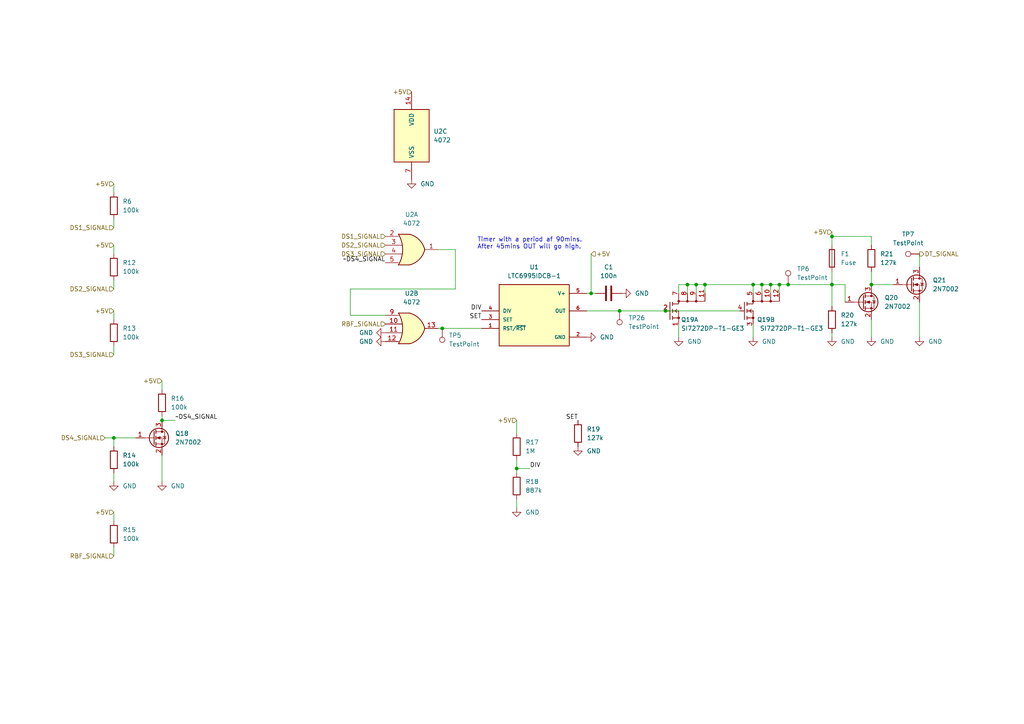
<source format=kicad_sch>
(kicad_sch (version 20211123) (generator eeschema)
  (paper "A4")
  (lib_symbols
    (symbol "4xxx:4072" (pin_names (offset 1.016))
      (property "Reference" "U" (at 0 1.27 0))
      (property "Value" "4072" (at 0 -1.27 0))
      (symbol "4072_1_1"
        (arc (start -3.81 -4.445) (mid -2.5908 0) (end -3.81 4.445) (stroke (width 0.254)))
        (arc (start -0.6096 -4.445) (mid 2.2246 -2.8422) (end 3.81 0) (stroke (width 0.254)) (fill (type background)))
        (polyline (pts (xy -3.81 -4.445) (xy -0.635 -4.445)) (stroke (width 0.254)) (fill (type background)))
        (polyline (pts (xy -3.81 4.445) (xy -0.635 4.445)) (stroke (width 0.254)) (fill (type background)))
        (polyline (pts (xy -0.635 4.445) (xy -3.81 4.445) (xy -3.81 4.445) (xy -3.6322 4.0894) (xy -3.0988 2.921) (xy -2.7686 1.6764) (xy -2.6162 0.4318) (xy -2.6416 -0.8636) (xy -2.8702 -2.1082) (xy -3.2512 -3.3274) (xy -3.81 -4.445) (xy -3.81 -4.445) (xy -0.635 -4.445)) (stroke (width -25.4)) (fill (type background)))
        (arc (start 3.81 0) (mid 2.2204 2.8379) (end -0.6096 4.445) (stroke (width 0.254)) (fill (type background)))
        (pin output line (at 7.62 0 180) (length 3.81) (name "~") (number "1"))
        (pin input line (at -7.62 3.81 0) (length 3.81) (name "~") (number "2"))
        (pin input line (at -7.62 1.27 0) (length 4.826) (name "~") (number "3"))
        (pin input line (at -7.62 -1.27 0) (length 4.826) (name "~") (number "4"))
        (pin input line (at -7.62 -3.81 0) (length 3.81) (name "~") (number "5"))
      )
      (symbol "4072_1_2"
        (arc (start -0.635 -4.445) (mid 3.81 0) (end -0.635 4.445) (stroke (width 0.254)) (fill (type background)))
        (polyline (pts (xy -0.635 4.445) (xy -3.81 4.445) (xy -3.81 -4.445) (xy -0.635 -4.445)) (stroke (width 0.254)) (fill (type background)))
        (pin output inverted (at 7.62 0 180) (length 3.81) (name "~") (number "1"))
        (pin input inverted (at -7.62 3.81 0) (length 3.81) (name "~") (number "2"))
        (pin input inverted (at -7.62 1.27 0) (length 3.81) (name "~") (number "3"))
        (pin input inverted (at -7.62 -1.27 0) (length 3.81) (name "~") (number "4"))
        (pin input inverted (at -7.62 -3.81 0) (length 3.81) (name "~") (number "5"))
      )
      (symbol "4072_2_1"
        (arc (start -3.81 -4.445) (mid -2.5908 0) (end -3.81 4.445) (stroke (width 0.254)))
        (arc (start -0.6096 -4.445) (mid 2.2246 -2.8422) (end 3.81 0) (stroke (width 0.254)) (fill (type background)))
        (polyline (pts (xy -3.81 -4.445) (xy -0.635 -4.445)) (stroke (width 0.254)) (fill (type background)))
        (polyline (pts (xy -3.81 4.445) (xy -0.635 4.445)) (stroke (width 0.254)) (fill (type background)))
        (polyline (pts (xy -0.635 4.445) (xy -3.81 4.445) (xy -3.81 4.445) (xy -3.6322 4.0894) (xy -3.0988 2.921) (xy -2.7686 1.6764) (xy -2.6162 0.4318) (xy -2.6416 -0.8636) (xy -2.8702 -2.1082) (xy -3.2512 -3.3274) (xy -3.81 -4.445) (xy -3.81 -4.445) (xy -0.635 -4.445)) (stroke (width -25.4)) (fill (type background)))
        (arc (start 3.81 0) (mid 2.2204 2.8379) (end -0.6096 4.445) (stroke (width 0.254)) (fill (type background)))
        (pin input line (at -7.62 1.27 0) (length 4.826) (name "~") (number "10"))
        (pin input line (at -7.62 -1.27 0) (length 4.826) (name "~") (number "11"))
        (pin input line (at -7.62 -3.81 0) (length 3.81) (name "~") (number "12"))
        (pin output line (at 7.62 0 180) (length 3.81) (name "~") (number "13"))
        (pin input line (at -7.62 3.81 0) (length 3.81) (name "~") (number "9"))
      )
      (symbol "4072_2_2"
        (arc (start -0.635 -4.445) (mid 3.81 0) (end -0.635 4.445) (stroke (width 0.254)) (fill (type background)))
        (polyline (pts (xy -0.635 4.445) (xy -3.81 4.445) (xy -3.81 -4.445) (xy -0.635 -4.445)) (stroke (width 0.254)) (fill (type background)))
        (pin input inverted (at -7.62 1.27 0) (length 3.81) (name "~") (number "10"))
        (pin input inverted (at -7.62 -1.27 0) (length 3.81) (name "~") (number "11"))
        (pin input inverted (at -7.62 -3.81 0) (length 3.81) (name "~") (number "12"))
        (pin output inverted (at 7.62 0 180) (length 3.81) (name "~") (number "13"))
        (pin input inverted (at -7.62 3.81 0) (length 3.81) (name "~") (number "9"))
      )
      (symbol "4072_3_0"
        (pin power_in line (at 0 12.7 270) (length 5.08) (name "VDD") (number "14"))
        (pin power_in line (at 0 -12.7 90) (length 5.08) (name "VSS") (number "7"))
      )
      (symbol "4072_3_1"
        (rectangle (start -5.08 7.62) (end 5.08 -7.62) (stroke (width 0.254)) (fill (type background)))
      )
    )
    (symbol "Connector:TestPoint" (pin_numbers hide) (pin_names (offset 0.762) hide)
      (property "Reference" "TP" (at 0 6.858 0))
      (property "Value" "TestPoint" (at 0 5.08 0))
      (symbol "TestPoint_0_1"
        (circle (center 0 3.302) (radius 0.762))
      )
      (symbol "TestPoint_1_1"
        (pin passive line (at 0 0 90) (length 2.54) (name "1") (number "1"))
      )
    )
    (symbol "Device:C" (pin_numbers hide) (pin_names (offset 0.254))
      (property "Reference" "C" (at 0.635 2.54 0))
      (property "Value" "C" (at 0.635 -2.54 0))
      (symbol "C_0_1"
        (polyline (pts (xy -2.032 -0.762) (xy 2.032 -0.762)) (stroke (width 0.508)))
        (polyline (pts (xy -2.032 0.762) (xy 2.032 0.762)) (stroke (width 0.508)))
      )
      (symbol "C_1_1"
        (pin passive line (at 0 3.81 270) (length 2.794) (name "~") (number "1"))
        (pin passive line (at 0 -3.81 90) (length 2.794) (name "~") (number "2"))
      )
    )
    (symbol "Device:Fuse" (pin_numbers hide) (pin_names (offset 0))
      (property "Reference" "F" (at 2.032 0 90))
      (property "Value" "Fuse" (at -1.905 0 90))
      (symbol "Fuse_0_1"
        (rectangle (start -0.762 -2.54) (end 0.762 2.54) (stroke (width 0.254)))
        (polyline (pts (xy 0 2.54) (xy 0 -2.54)))
      )
      (symbol "Fuse_1_1"
        (pin passive line (at 0 3.81 270) (length 1.27) (name "~") (number "1"))
        (pin passive line (at 0 -3.81 90) (length 1.27) (name "~") (number "2"))
      )
    )
    (symbol "Device:R" (pin_numbers hide) (pin_names (offset 0))
      (property "Reference" "R" (at 2.032 0 90))
      (property "Value" "R" (at 0 0 90))
      (symbol "R_0_1"
        (rectangle (start -1.016 -2.54) (end 1.016 2.54) (stroke (width 0.254)))
      )
      (symbol "R_1_1"
        (pin passive line (at 0 3.81 270) (length 1.27) (name "~") (number "1"))
        (pin passive line (at 0 -3.81 90) (length 1.27) (name "~") (number "2"))
      )
    )
    (symbol "STS_Timer:LTC6995IDCB-1" (pin_names (offset 1.016))
      (property "Reference" "U" (at -10.16 8.128 0))
      (property "Value" "LTC6995IDCB-1" (at -10.16 -12.7 0))
      (symbol "LTC6995IDCB-1_0_0"
        (rectangle (start -10.16 -10.16) (end 10.16 7.62) (stroke (width 0.254)) (fill (type background)))
        (pin input line (at -15.24 -5.08 0) (length 5.08) (name "RST/~{RST}") (number "1"))
        (pin power_in line (at 15.24 -7.62 180) (length 5.08) (name "GND") (number "2"))
        (pin input line (at -15.24 -2.54 0) (length 5.08) (name "SET") (number "3"))
        (pin input line (at -15.24 0 0) (length 5.08) (name "DIV") (number "4"))
        (pin power_in line (at 15.24 5.08 180) (length 5.08) (name "V+") (number "5"))
        (pin output line (at 15.24 0 180) (length 5.08) (name "OUT") (number "6"))
      )
    )
    (symbol "STS_Transistor_FET:SI7272DP-T1-GE3" (pin_names hide)
      (property "Reference" "Q" (at -3.556 3.81 0))
      (property "Value" "SI7272DP-T1-GE3" (at 5.842 -3.048 0))
      (symbol "SI7272DP-T1-GE3_0_1"
        (polyline (pts (xy 1.27 0) (xy 1.27 -2.54)))
        (polyline (pts (xy 1.27 0) (xy 1.27 -2.54)))
        (polyline (pts (xy 2.032 -2.54) (xy 2.032 -1.524)))
        (polyline (pts (xy 2.032 -2.54) (xy 2.032 -1.524)))
        (polyline (pts (xy 2.032 0.508) (xy 2.032 -0.508)))
        (polyline (pts (xy 2.032 0.508) (xy 2.032 -0.508)))
        (polyline (pts (xy 2.032 2.54) (xy 2.032 1.524)))
        (polyline (pts (xy 2.032 2.54) (xy 2.032 1.524)))
        (polyline (pts (xy 2.794 0) (xy 3.302 -0.508)))
        (polyline (pts (xy 2.794 0) (xy 3.302 -0.508)))
        (polyline (pts (xy 2.794 0) (xy 3.302 0.508)))
        (polyline (pts (xy 2.794 0) (xy 3.302 0.508)))
        (polyline (pts (xy 3.81 2.794) (xy 3.81 5.08)))
        (polyline (pts (xy 3.81 2.794) (xy 3.81 5.08)))
        (polyline (pts (xy 0 0) (xy 1.27 0) (xy 1.27 2.54)))
        (polyline (pts (xy 0 0) (xy 1.27 0) (xy 1.27 2.54)))
        (polyline (pts (xy 2.032 -2.032) (xy 3.81 -2.032) (xy 3.81 -3.81)))
        (polyline (pts (xy 2.032 -2.032) (xy 3.81 -2.032) (xy 3.81 -3.81)))
        (polyline (pts (xy 2.032 0) (xy 3.81 0) (xy 3.81 -2.032)))
        (polyline (pts (xy 2.032 0) (xy 3.81 0) (xy 3.81 -2.032)))
        (polyline (pts (xy 2.032 2.032) (xy 3.81 2.032) (xy 3.81 2.794)))
        (polyline (pts (xy 2.032 2.032) (xy 3.81 2.032) (xy 3.81 2.794)))
        (polyline (pts (xy 6.35 2.794) (xy 8.89 2.794) (xy 8.89 5.08)))
        (polyline (pts (xy 6.35 2.794) (xy 8.89 2.794) (xy 8.89 5.08)))
        (polyline (pts (xy 6.35 5.08) (xy 6.35 2.794) (xy 3.81 2.794)))
        (polyline (pts (xy 6.35 5.08) (xy 6.35 2.794) (xy 3.81 2.794)))
        (polyline (pts (xy 8.89 2.794) (xy 11.43 2.794) (xy 11.43 5.08)))
        (polyline (pts (xy 8.89 2.794) (xy 11.43 2.794) (xy 11.43 5.08)))
        (circle (center 3.81 -2.032) (radius 0.254) (fill (type outline)))
        (circle (center 3.81 -2.032) (radius 0.254) (fill (type outline)))
        (circle (center 3.81 2.794) (radius 0.254) (fill (type outline)))
        (circle (center 3.81 2.794) (radius 0.254) (fill (type outline)))
        (circle (center 6.35 2.794) (radius 0.254) (fill (type outline)))
        (circle (center 6.35 2.794) (radius 0.254) (fill (type outline)))
        (circle (center 8.89 2.794) (radius 0.254) (fill (type outline)))
        (circle (center 8.89 2.794) (radius 0.254) (fill (type outline)))
      )
      (symbol "SI7272DP-T1-GE3_1_0"
        (pin passive line (at 3.81 -3.81 270) (length 0) (name "S1") (number "1"))
        (pin passive line (at 11.43 5.08 90) (length 0) (name "D1_4") (number "11"))
        (pin passive line (at 0 0 180) (length 0) (name "G1") (number "2"))
        (pin passive line (at 0 0 180) (length 0) (name "G1") (number "2"))
        (pin passive line (at 3.81 5.08 90) (length 0) (name "D1_1") (number "7"))
        (pin passive line (at 6.35 5.08 90) (length 0) (name "D1_2") (number "8"))
        (pin passive line (at 8.89 5.08 90) (length 0) (name "D1_3") (number "9"))
      )
      (symbol "SI7272DP-T1-GE3_2_0"
        (pin passive line (at 8.89 5.08 90) (length 0) (name "D2_3") (number "10"))
        (pin passive line (at 11.43 5.08 90) (length 0) (name "D2_4") (number "12"))
        (pin passive line (at 3.81 -3.81 270) (length 0) (name "S2") (number "3"))
        (pin passive line (at 0 0 180) (length 0) (name "G2") (number "4"))
        (pin passive line (at 3.81 5.08 90) (length 0) (name "D2_1") (number "5"))
        (pin passive line (at 6.35 5.08 90) (length 0) (name "D2_2") (number "6"))
      )
    )
    (symbol "Transistor_FET:2N7002" (pin_names hide)
      (property "Reference" "Q" (at 5.08 1.905 0))
      (property "Value" "2N7002" (at 5.08 0 0))
      (symbol "2N7002_0_1"
        (polyline (pts (xy 0.254 0) (xy -2.54 0)))
        (polyline (pts (xy 0.254 1.905) (xy 0.254 -1.905)) (stroke (width 0.254)))
        (polyline (pts (xy 0.762 -1.27) (xy 0.762 -2.286)) (stroke (width 0.254)))
        (polyline (pts (xy 0.762 0.508) (xy 0.762 -0.508)) (stroke (width 0.254)))
        (polyline (pts (xy 0.762 2.286) (xy 0.762 1.27)) (stroke (width 0.254)))
        (polyline (pts (xy 2.54 2.54) (xy 2.54 1.778)))
        (polyline (pts (xy 2.54 -2.54) (xy 2.54 0) (xy 0.762 0)))
        (polyline (pts (xy 0.762 -1.778) (xy 3.302 -1.778) (xy 3.302 1.778) (xy 0.762 1.778)))
        (polyline (pts (xy 1.016 0) (xy 2.032 0.381) (xy 2.032 -0.381) (xy 1.016 0)) (fill (type outline)))
        (polyline (pts (xy 2.794 0.508) (xy 2.921 0.381) (xy 3.683 0.381) (xy 3.81 0.254)))
        (polyline (pts (xy 3.302 0.381) (xy 2.921 -0.254) (xy 3.683 -0.254) (xy 3.302 0.381)))
        (circle (center 1.651 0) (radius 2.794) (stroke (width 0.254)))
        (circle (center 2.54 -1.778) (radius 0.254) (fill (type outline)))
        (circle (center 2.54 1.778) (radius 0.254) (fill (type outline)))
      )
      (symbol "2N7002_1_1"
        (pin input line (at -5.08 0 0) (length 2.54) (name "G") (number "1"))
        (pin passive line (at 2.54 -5.08 90) (length 2.54) (name "S") (number "2"))
        (pin passive line (at 2.54 5.08 270) (length 2.54) (name "D") (number "3"))
      )
    )
    (symbol "power:GND" (power) (pin_names (offset 0))
      (property "Value" "GND" (at 0 -3.81 0))
      (symbol "GND_0_1"
        (polyline (pts (xy 0 0) (xy 0 -1.27) (xy 1.27 -1.27) (xy 0 -2.54) (xy -1.27 -1.27) (xy 0 -1.27)))
      )
      (symbol "GND_1_1"
        (pin power_in line (at 0 0 270) (length 0) hide (name "GND") (number "1"))
      )
    )
  )
  (junction (at 241.3 82.55))
  (junction (at 149.86 135.89))
  (junction (at 241.3 68.58))
  (junction (at 252.73 82.55))
  (junction (at 201.93 82.55))
  (junction (at 218.44 82.55))
  (junction (at 128.27 95.25))
  (junction (at 226.06 82.55))
  (junction (at 223.52 82.55))
  (junction (at 46.99 121.92))
  (junction (at 199.39 82.55))
  (junction (at 193.04 90.17))
  (junction (at 171.45 85.09))
  (junction (at 220.98 82.55))
  (junction (at 228.6 82.55))
  (junction (at 204.47 82.55))
  (junction (at 33.02 127))
  (junction (at 179.705 90.17))
  (wire (pts (xy 196.85 82.55) (xy 199.39 82.55)))
  (wire (pts (xy 33.02 71.12) (xy 33.02 73.66)))
  (wire (pts (xy 252.73 82.55) (xy 259.08 82.55)))
  (wire (pts (xy 196.85 85.09) (xy 196.85 82.55)))
  (wire (pts (xy 33.02 53.34) (xy 33.02 55.88)))
  (wire (pts (xy 170.18 85.09) (xy 171.45 85.09)))
  (wire (pts (xy 33.02 158.75) (xy 33.02 161.29)))
  (wire (pts (xy 128.27 95.25) (xy 139.7 95.25)))
  (wire (pts (xy 149.86 133.35) (xy 149.86 135.89)))
  (wire (pts (xy 252.73 97.79) (xy 252.73 92.71)))
  (wire (pts (xy 196.85 93.98) (xy 196.85 97.79)))
  (wire (pts (xy 241.3 82.55) (xy 241.3 88.9)))
  (wire (pts (xy 33.02 90.17) (xy 33.02 92.71)))
  (wire (pts (xy 226.06 82.55) (xy 228.6 82.55)))
  (wire (pts (xy 33.02 81.28) (xy 33.02 83.82)))
  (wire (pts (xy 33.02 127) (xy 39.37 127)))
  (wire (pts (xy 252.73 82.55) (xy 252.73 78.74)))
  (wire (pts (xy 127 95.25) (xy 128.27 95.25)))
  (wire (pts (xy 149.86 135.89) (xy 149.86 137.16)))
  (wire (pts (xy 220.98 82.55) (xy 223.52 82.55)))
  (wire (pts (xy 30.48 127) (xy 33.02 127)))
  (wire (pts (xy 132.08 83.82) (xy 101.6 83.82)))
  (wire (pts (xy 204.47 82.55) (xy 204.47 85.09)))
  (wire (pts (xy 241.3 67.31) (xy 241.3 68.58)))
  (wire (pts (xy 199.39 82.55) (xy 201.93 82.55)))
  (wire (pts (xy 252.73 71.12) (xy 252.73 68.58)))
  (wire (pts (xy 33.02 148.59) (xy 33.02 151.13)))
  (wire (pts (xy 223.52 82.55) (xy 226.06 82.55)))
  (wire (pts (xy 149.86 144.78) (xy 149.86 147.32)))
  (wire (pts (xy 223.52 82.55) (xy 223.52 85.09)))
  (wire (pts (xy 220.98 82.55) (xy 220.98 85.09)))
  (wire (pts (xy 170.18 90.17) (xy 179.705 90.17)))
  (wire (pts (xy 46.99 110.49) (xy 46.99 113.03)))
  (wire (pts (xy 132.08 72.39) (xy 132.08 83.82)))
  (wire (pts (xy 46.99 132.08) (xy 46.99 139.7)))
  (wire (pts (xy 33.02 100.33) (xy 33.02 102.87)))
  (wire (pts (xy 171.45 73.66) (xy 171.45 85.09)))
  (wire (pts (xy 101.6 91.44) (xy 111.76 91.44)))
  (wire (pts (xy 226.06 82.55) (xy 226.06 85.09)))
  (wire (pts (xy 149.86 121.92) (xy 149.86 125.73)))
  (wire (pts (xy 204.47 82.55) (xy 218.44 82.55)))
  (wire (pts (xy 46.99 121.92) (xy 50.8 121.92)))
  (wire (pts (xy 46.99 120.65) (xy 46.99 121.92)))
  (wire (pts (xy 241.3 78.74) (xy 241.3 82.55)))
  (wire (pts (xy 245.11 82.55) (xy 245.11 87.63)))
  (wire (pts (xy 171.45 85.09) (xy 172.72 85.09)))
  (wire (pts (xy 127 72.39) (xy 132.08 72.39)))
  (wire (pts (xy 218.44 82.55) (xy 220.98 82.55)))
  (wire (pts (xy 201.93 82.55) (xy 204.47 82.55)))
  (wire (pts (xy 193.04 90.17) (xy 214.63 90.17)))
  (wire (pts (xy 179.705 90.17) (xy 193.04 90.17)))
  (wire (pts (xy 266.7 87.63) (xy 266.7 97.79)))
  (wire (pts (xy 33.02 63.5) (xy 33.02 66.04)))
  (wire (pts (xy 199.39 82.55) (xy 199.39 85.09)))
  (wire (pts (xy 101.6 83.82) (xy 101.6 91.44)))
  (wire (pts (xy 228.6 82.55) (xy 241.3 82.55)))
  (wire (pts (xy 241.3 82.55) (xy 245.11 82.55)))
  (wire (pts (xy 241.3 96.52) (xy 241.3 97.79)))
  (wire (pts (xy 33.02 127) (xy 33.02 129.54)))
  (wire (pts (xy 33.02 137.16) (xy 33.02 139.7)))
  (wire (pts (xy 218.44 93.98) (xy 218.44 97.79)))
  (wire (pts (xy 252.73 68.58) (xy 241.3 68.58)))
  (wire (pts (xy 201.93 82.55) (xy 201.93 85.09)))
  (wire (pts (xy 218.44 85.09) (xy 218.44 82.55)))
  (wire (pts (xy 266.7 73.66) (xy 266.7 77.47)))
  (wire (pts (xy 149.86 135.89) (xy 153.67 135.89)))
  (wire (pts (xy 241.3 68.58) (xy 241.3 71.12)))
  (text "Timer with a period af 90mins.\nAfter 45mins OUT will go high." (at 138.43 72.39 0) (effects (font (size 1.27 1.27)) (justify left bottom)))
  (label "SET" (at 167.64 121.92 180))
  (label "DIV" (at 139.7 90.17 180))
  (label "SET" (at 139.7 92.71 180))
  (label "~DS4_SIGNAL" (at 50.8 121.92 0))
  (label "DIV" (at 153.67 135.89 0))
  (label "~DS4_SIGNAL" (at 111.76 76.2 180))
  (hierarchical_label "DS2_SIGNAL" (shape input) (at 111.76 71.12 180))
  (hierarchical_label "+5V" (shape input) (at 33.02 90.17 180))
  (hierarchical_label "+5V" (shape input) (at 33.02 148.59 180))
  (hierarchical_label "+5V" (shape input) (at 46.99 110.49 180))
  (hierarchical_label "DS3_SIGNAL" (shape input) (at 111.76 73.66 180))
  (hierarchical_label "DT_SIGNAL" (shape output) (at 266.7 73.66 0))
  (hierarchical_label "+5V" (shape input) (at 241.3 67.31 180))
  (hierarchical_label "DS2_SIGNAL" (shape input) (at 33.02 83.82 180))
  (hierarchical_label "+5V" (shape input) (at 33.02 53.34 180))
  (hierarchical_label "DS4_SIGNAL" (shape input) (at 30.48 127 180))
  (hierarchical_label "+5V" (shape input) (at 119.38 26.67 180))
  (hierarchical_label "+5V" (shape input) (at 33.02 71.12 180))
  (hierarchical_label "+5V" (shape input) (at 171.45 73.66 0))
  (hierarchical_label "DS1_SIGNAL" (shape input) (at 111.76 68.58 180))
  (hierarchical_label "RBF_SIGNAL" (shape input) (at 111.76 93.98 180))
  (hierarchical_label "DS1_SIGNAL" (shape input) (at 33.02 66.04 180))
  (hierarchical_label "RBF_SIGNAL" (shape input) (at 33.02 161.29 180))
  (hierarchical_label "+5V" (shape input) (at 149.86 121.92 180))
  (hierarchical_label "DS3_SIGNAL" (shape input) (at 33.02 102.87 180))
  (symbol (lib_id "Device:R") (at 252.73 74.93 0) (unit 1)
    (property "Reference" "R21" (at 255.27 73.6599 0) (effects (justify left)))
    (property "Value" "127k" (at 255.27 76.1999 0) (effects (justify left)))
    (property "Footprint" "Resistor_SMD:R_0805_2012Metric" (effects hide))
  )
  (symbol (lib_id "power:GND") (at 170.18 97.79 90) (unit 1)
    (property "Reference" "#PWR0102" (effects hide))
    (property "Value" "GND" (at 173.99 97.7899 90) (effects (justify right)))
  )
  (symbol (lib_id "Device:R") (at 149.86 140.97 0) (unit 1)
    (property "Reference" "R18" (at 152.4 139.6999 0) (effects (justify left)))
    (property "Value" "887k" (at 152.4 142.2399 0) (effects (justify left)))
    (property "Footprint" "Resistor_SMD:R_0805_2012Metric" (effects hide))
  )
  (symbol (lib_id "power:GND") (at 167.64 129.54 0) (unit 1)
    (property "Reference" "#PWR046" (effects hide))
    (property "Value" "GND" (at 170.18 130.8099 0) (effects (justify left)))
  )
  (symbol (lib_id "Connector:TestPoint") (at 179.705 90.17 180) (unit 1)
    (property "Reference" "TP26" (at 182.245 92.2019 0) (effects (justify right)))
    (property "Value" "TestPoint" (at 182.245 94.7419 0) (effects (justify right)))
    (property "Footprint" "TestPoint:TestPoint_THTPad_D1.0mm_Drill0.5mm" (effects hide))
  )
  (symbol (lib_id "power:GND") (at 218.44 97.79 0) (unit 1)
    (property "Reference" "#PWR048" (effects hide))
    (property "Value" "GND" (at 220.98 99.0599 0) (effects (justify left)))
  )
  (symbol (lib_id "Transistor_FET:2N7002") (at 44.45 127 0) (unit 1)
    (property "Reference" "Q18" (at 50.8 125.7299 0) (effects (justify left)))
    (property "Value" "2N7002" (at 50.8 128.2699 0) (effects (justify left)))
    (property "Footprint" "Package_TO_SOT_SMD:SOT-23" (effects hide))
    (property "Datasheet" "https://www.onsemi.com/pub/Collateral/NDS7002A-D.PDF" (effects hide))
  )
  (symbol (lib_id "STS_Timer:LTC6995IDCB-1") (at 154.94 90.17 0) (unit 1)
    (property "Reference" "U1" (at 154.94 77.47 0))
    (property "Value" "LTC6995IDCB-1" (at 154.94 80.01 0))
    (property "Footprint" "Package_DFN_QFN:DFN-6-1EP_3x2mm_P0.5mm_EP1.65x1.35mm" (effects hide))
    (property "STANDARD" "IPC 7351B" (effects hide))
    (property "MAXIMUM_PACKAGE_HEIGHT" "1.0mm" (effects hide))
    (property "MANUFACTURER" "Analog Devices Inc." (effects hide))
    (property "PARTREV" "Rev. B" (effects hide))
  )
  (symbol (lib_id "Device:R") (at 46.99 116.84 0) (unit 1)
    (property "Reference" "R16" (at 49.53 115.5699 0) (effects (justify left)))
    (property "Value" "100k" (at 49.53 118.1099 0) (effects (justify left)))
    (property "Footprint" "Resistor_SMD:R_0805_2012Metric" (effects hide))
  )
  (symbol (lib_id "Device:R") (at 33.02 59.69 0) (unit 1)
    (property "Reference" "R6" (at 35.56 58.4199 0) (effects (justify left)))
    (property "Value" "100k" (at 35.56 60.9599 0) (effects (justify left)))
    (property "Footprint" "Resistor_SMD:R_0805_2012Metric" (effects hide))
  )
  (symbol (lib_id "Connector:TestPoint") (at 266.7 73.66 90) (unit 1)
    (property "Reference" "TP7" (at 263.398 67.945 90))
    (property "Value" "TestPoint" (at 263.398 70.485 90))
    (property "Footprint" "TestPoint:TestPoint_THTPad_D1.0mm_Drill0.5mm" (effects hide))
  )
  (symbol (lib_id "STS_Transistor_FET:SI7272DP-T1-GE3") (at 193.04 90.17 0) (unit 1)
    (property "Reference" "Q19" (at 202.565 92.71 0) (effects (justify right)))
    (property "Value" "SI7272DP-T1-GE3" (at 215.9 95.25 0) (effects (justify right)))
    (property "Footprint" "STS_Package_SO:POWERPAK_SO8" (effects hide))
    (property "Manufacturer_Name" "Vishay" (effects hide))
  )
  (symbol (lib_id "Device:R") (at 149.86 129.54 0) (unit 1)
    (property "Reference" "R17" (at 152.4 128.2699 0) (effects (justify left)))
    (property "Value" "1M" (at 152.4 130.8099 0) (effects (justify left)))
    (property "Footprint" "Resistor_SMD:R_0805_2012Metric" (effects hide))
  )
  (symbol (lib_id "Connector:TestPoint") (at 128.27 95.25 180) (unit 1)
    (property "Reference" "TP5" (at 130.175 97.2819 0) (effects (justify right)))
    (property "Value" "TestPoint" (at 130.175 99.8219 0) (effects (justify right)))
    (property "Footprint" "TestPoint:TestPoint_THTPad_D1.0mm_Drill0.5mm" (effects hide))
  )
  (symbol (lib_id "Device:R") (at 167.64 125.73 0) (unit 1)
    (property "Reference" "R19" (at 170.18 124.4599 0) (effects (justify left)))
    (property "Value" "127k" (at 170.18 126.9999 0) (effects (justify left)))
    (property "Footprint" "Resistor_SMD:R_0805_2012Metric" (effects hide))
  )
  (symbol (lib_id "power:GND") (at 180.34 85.09 90) (unit 1)
    (property "Reference" "#PWR041" (effects hide))
    (property "Value" "GND" (at 184.15 85.0899 90) (effects (justify right)))
  )
  (symbol (lib_id "power:GND") (at 119.38 52.07 0) (unit 1)
    (property "Reference" "#PWR040" (effects hide))
    (property "Value" "GND" (at 121.92 53.3399 0) (effects (justify left)))
  )
  (symbol (lib_id "STS_Transistor_FET:SI7272DP-T1-GE3") (at 214.63 90.17 0) (unit 2)
    (property "Reference" "Q19" (at 224.79 92.71 0) (effects (justify right)))
    (property "Value" "SI7272DP-T1-GE3" (at 238.76 95.25 0) (effects (justify right)))
    (property "Footprint" "STS_Package_SO:POWERPAK_SO8" (effects hide))
    (property "Manufacturer_Name" "Vishay" (effects hide))
  )
  (symbol (lib_id "power:GND") (at 241.3 97.79 0) (unit 1)
    (property "Reference" "#PWR049" (effects hide))
    (property "Value" "GND" (at 243.84 99.0599 0) (effects (justify left)))
  )
  (symbol (lib_id "power:GND") (at 46.99 139.7 0) (unit 1)
    (property "Reference" "#PWR042" (effects hide))
    (property "Value" "GND" (at 49.53 140.9699 0) (effects (justify left)))
  )
  (symbol (lib_id "Connector:TestPoint") (at 228.6 82.55 0) (unit 1)
    (property "Reference" "TP6" (at 231.14 77.9779 0) (effects (justify left)))
    (property "Value" "TestPoint" (at 231.14 80.5179 0) (effects (justify left)))
    (property "Footprint" "TestPoint:TestPoint_THTPad_D1.0mm_Drill0.5mm" (effects hide))
  )
  (symbol (lib_id "power:GND") (at 111.76 99.06 270) (unit 1)
    (property "Reference" "#PWR044" (effects hide))
    (property "Value" "GND" (at 104.14 99.06 90) (effects (justify left)))
  )
  (symbol (lib_id "4xxx:4072") (at 119.38 95.25 0) (unit 2)
    (property "Reference" "U2" (at 119.38 85.09 0))
    (property "Value" "4072" (at 119.38 87.63 0))
    (property "Footprint" "Package_SO:SOIC-14_3.9x8.7mm_P1.27mm" (effects hide))
    (property "Datasheet" "http://www.intersil.com/content/dam/Intersil/documents/cd40/cd4071bms-72bms-75bms.pdf" (effects hide))
  )
  (symbol (lib_id "power:GND") (at 33.02 139.7 0) (unit 1)
    (property "Reference" "#PWR039" (effects hide))
    (property "Value" "GND" (at 35.56 140.9699 0) (effects (justify left)))
  )
  (symbol (lib_id "Device:R") (at 33.02 96.52 0) (unit 1)
    (property "Reference" "R13" (at 35.56 95.2499 0) (effects (justify left)))
    (property "Value" "100k" (at 35.56 97.7899 0) (effects (justify left)))
    (property "Footprint" "Resistor_SMD:R_0805_2012Metric" (effects hide))
  )
  (symbol (lib_id "4xxx:4072") (at 119.38 39.37 0) (unit 3)
    (property "Reference" "U2" (at 125.73 38.0999 0) (effects (justify left)))
    (property "Value" "4072" (at 125.73 40.6399 0) (effects (justify left)))
    (property "Footprint" "Package_SO:SOIC-14_3.9x8.7mm_P1.27mm" (effects hide))
    (property "Datasheet" "http://www.intersil.com/content/dam/Intersil/documents/cd40/cd4071bms-72bms-75bms.pdf" (effects hide))
  )
  (symbol (lib_id "Transistor_FET:2N7002") (at 264.16 82.55 0) (unit 1)
    (property "Reference" "Q21" (at 270.51 81.2799 0) (effects (justify left)))
    (property "Value" "2N7002" (at 270.51 83.8199 0) (effects (justify left)))
    (property "Footprint" "Package_TO_SOT_SMD:SOT-23" (effects hide))
    (property "Datasheet" "https://www.onsemi.com/pub/Collateral/NDS7002A-D.PDF" (effects hide))
  )
  (symbol (lib_id "Device:Fuse") (at 241.3 74.93 0) (unit 1)
    (property "Reference" "F1" (at 243.84 73.6599 0) (effects (justify left)))
    (property "Value" "Fuse" (at 243.84 76.1999 0) (effects (justify left)))
    (property "Footprint" "Resistor_SMD:R_1206_3216Metric" (effects hide))
  )
  (symbol (lib_id "4xxx:4072") (at 119.38 72.39 0) (unit 1)
    (property "Reference" "U2" (at 119.38 62.23 0))
    (property "Value" "4072" (at 119.38 64.77 0))
    (property "Footprint" "Package_SO:SOIC-14_3.9x8.7mm_P1.27mm" (effects hide))
    (property "Datasheet" "http://www.intersil.com/content/dam/Intersil/documents/cd40/cd4071bms-72bms-75bms.pdf" (effects hide))
  )
  (symbol (lib_id "Device:R") (at 33.02 77.47 0) (unit 1)
    (property "Reference" "R12" (at 35.56 76.1999 0) (effects (justify left)))
    (property "Value" "100k" (at 35.56 78.7399 0) (effects (justify left)))
    (property "Footprint" "Resistor_SMD:R_0805_2012Metric" (effects hide))
  )
  (symbol (lib_id "Transistor_FET:2N7002") (at 250.19 87.63 0) (unit 1)
    (property "Reference" "Q20" (at 256.54 86.3599 0) (effects (justify left)))
    (property "Value" "2N7002" (at 256.54 88.8999 0) (effects (justify left)))
    (property "Footprint" "Package_TO_SOT_SMD:SOT-23" (effects hide))
    (property "Datasheet" "https://www.onsemi.com/pub/Collateral/NDS7002A-D.PDF" (effects hide))
  )
  (symbol (lib_id "power:GND") (at 266.7 97.79 0) (unit 1)
    (property "Reference" "#PWR051" (effects hide))
    (property "Value" "GND" (at 269.24 99.0599 0) (effects (justify left)))
  )
  (symbol (lib_id "Device:R") (at 33.02 133.35 0) (unit 1)
    (property "Reference" "R14" (at 35.56 132.0799 0) (effects (justify left)))
    (property "Value" "100k" (at 35.56 134.6199 0) (effects (justify left)))
    (property "Footprint" "Resistor_SMD:R_0805_2012Metric" (effects hide))
  )
  (symbol (lib_id "power:GND") (at 149.86 147.32 0) (unit 1)
    (property "Reference" "#PWR045" (effects hide))
    (property "Value" "GND" (at 152.4 148.5899 0) (effects (justify left)))
  )
  (symbol (lib_id "power:GND") (at 196.85 97.79 0) (unit 1)
    (property "Reference" "#PWR047" (effects hide))
    (property "Value" "GND" (at 199.39 99.0599 0) (effects (justify left)))
  )
  (symbol (lib_id "Device:R") (at 33.02 154.94 0) (unit 1)
    (property "Reference" "R15" (at 35.56 153.6699 0) (effects (justify left)))
    (property "Value" "100k" (at 35.56 156.2099 0) (effects (justify left)))
    (property "Footprint" "Resistor_SMD:R_0805_2012Metric" (effects hide))
  )
  (symbol (lib_id "power:GND") (at 111.76 96.52 270) (unit 1)
    (property "Reference" "#PWR043" (effects hide))
    (property "Value" "GND" (at 104.14 96.52 90) (effects (justify left)))
  )
  (symbol (lib_id "Device:R") (at 241.3 92.71 0) (unit 1)
    (property "Reference" "R20" (at 243.84 91.4399 0) (effects (justify left)))
    (property "Value" "127k" (at 243.84 93.9799 0) (effects (justify left)))
    (property "Footprint" "Resistor_SMD:R_0805_2012Metric" (effects hide))
  )
  (symbol (lib_id "Device:C") (at 176.53 85.09 90) (unit 1)
    (property "Reference" "C1" (at 176.53 77.47 90))
    (property "Value" "100n" (at 176.53 80.01 90))
    (property "Footprint" "Capacitor_SMD:C_0805_2012Metric" (effects hide))
  )
  (symbol (lib_id "power:GND") (at 252.73 97.79 0) (unit 1)
    (property "Reference" "#PWR050" (effects hide))
    (property "Value" "GND" (at 255.27 99.0599 0) (effects (justify left)))
  )
)
</source>
